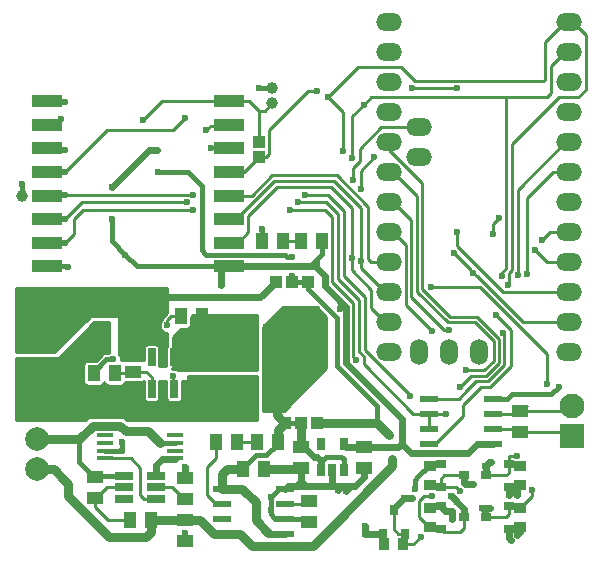
<source format=gbr>
G04 #@! TF.GenerationSoftware,KiCad,Pcbnew,(5.0.0-rc2-dev-744-gdfcdfe91f)*
G04 #@! TF.CreationDate,2018-07-03T22:34:29+02:00*
G04 #@! TF.ProjectId,SHMod24,53484D6F6432342E6B696361645F7063,rev?*
G04 #@! TF.SameCoordinates,Original*
G04 #@! TF.FileFunction,Copper,L2,Bot,Signal*
G04 #@! TF.FilePolarity,Positive*
%FSLAX46Y46*%
G04 Gerber Fmt 4.6, Leading zero omitted, Abs format (unit mm)*
G04 Created by KiCad (PCBNEW (5.0.0-rc2-dev-744-gdfcdfe91f)) date 07/03/18 22:34:29*
%MOMM*%
%LPD*%
G01*
G04 APERTURE LIST*
%ADD10C,1.000000*%
%ADD11R,1.000000X1.000000*%
%ADD12R,1.120000X1.400000*%
%ADD13R,1.400000X1.120000*%
%ADD14R,2.500000X1.100000*%
%ADD15C,1.998980*%
%ADD16R,0.650000X1.060000*%
%ADD17R,2.600000X2.600000*%
%ADD18C,2.600000*%
%ADD19R,2.350000X3.500000*%
%ADD20R,0.800000X0.900000*%
%ADD21R,0.820000X1.000000*%
%ADD22R,1.000000X0.820000*%
%ADD23R,0.900000X0.800000*%
%ADD24R,1.550000X0.600000*%
%ADD25R,2.000000X2.000000*%
%ADD26C,2.100000*%
%ADD27R,1.450000X0.450000*%
%ADD28R,1.560000X0.650000*%
%ADD29O,2.199640X1.501140*%
%ADD30O,1.501140X2.199640*%
%ADD31R,1.220000X2.700000*%
%ADD32R,1.800000X2.500000*%
%ADD33R,0.650000X1.560000*%
%ADD34C,0.600000*%
%ADD35C,0.250000*%
%ADD36C,0.400000*%
%ADD37C,0.600000*%
%ADD38C,0.800000*%
%ADD39C,0.254000*%
G04 APERTURE END LIST*
D10*
X52062809Y-80779500D03*
D11*
X74930000Y-88011000D03*
X73580000Y-88011000D03*
X76280000Y-88011000D03*
X75692000Y-99949000D03*
X77042000Y-99949000D03*
X74342000Y-99949000D03*
X72136000Y-77470000D03*
X72136000Y-76170000D03*
D12*
X72571500Y-103886000D03*
X70811500Y-103886000D03*
X65541000Y-90932000D03*
X67301000Y-90932000D03*
D13*
X58293000Y-104530000D03*
X58293000Y-106290000D03*
X81026000Y-101990000D03*
X81026000Y-103750000D03*
X75692000Y-103750000D03*
X75692000Y-101990000D03*
X65913000Y-108213000D03*
X65913000Y-109973000D03*
D12*
X77461000Y-84582000D03*
X75701000Y-84582000D03*
X61223000Y-108204000D03*
X62983000Y-108204000D03*
D13*
X76390500Y-108322000D03*
X76390500Y-106562000D03*
X94234000Y-100702000D03*
X94234000Y-98942000D03*
D12*
X71963500Y-101600000D03*
X73723500Y-101600000D03*
D13*
X61468000Y-97400000D03*
X61468000Y-95640000D03*
D12*
X58166000Y-95758000D03*
X59926000Y-95758000D03*
D13*
X65913000Y-106417000D03*
X65913000Y-104657000D03*
D14*
X69597500Y-72707500D03*
X69597500Y-74707500D03*
X69597500Y-76707500D03*
X69597500Y-78707500D03*
X69597500Y-80707500D03*
X69597500Y-82707500D03*
X69597500Y-84707500D03*
X69597500Y-86707500D03*
X54197500Y-86707500D03*
X54197500Y-84707500D03*
X54197500Y-82707500D03*
X54197500Y-80707500D03*
X54197500Y-78707500D03*
X54197500Y-76707500D03*
X54197500Y-74707500D03*
X54197500Y-72707500D03*
D15*
X53340000Y-101346000D03*
D16*
X79309000Y-103970000D03*
X78359000Y-103970000D03*
X77409000Y-103970000D03*
X77409000Y-101770000D03*
X79309000Y-101770000D03*
D12*
X72399000Y-84582000D03*
X74159000Y-84582000D03*
D17*
X53340000Y-96520000D03*
D18*
X53340000Y-91520000D03*
D19*
X76431000Y-92456000D03*
X70381000Y-92456000D03*
D20*
X84516000Y-109331000D03*
X82616000Y-109331000D03*
X83566000Y-107331000D03*
D21*
X82766000Y-110236000D03*
X84366000Y-110236000D03*
D22*
X86614000Y-105194000D03*
X86614000Y-103594000D03*
X94234000Y-105194000D03*
X94234000Y-103594000D03*
X86614000Y-108750000D03*
X86614000Y-107150000D03*
X94234000Y-108750000D03*
X94234000Y-107150000D03*
D23*
X87519000Y-108900000D03*
X87519000Y-107000000D03*
X89519000Y-107950000D03*
D24*
X86581000Y-101727000D03*
X86581000Y-100457000D03*
X86581000Y-99187000D03*
X86581000Y-97917000D03*
X91981000Y-97917000D03*
X91981000Y-99187000D03*
X91981000Y-100457000D03*
X91981000Y-101727000D03*
D23*
X91329000Y-104394000D03*
X93329000Y-105344000D03*
X93329000Y-103444000D03*
X87519000Y-105344000D03*
X87519000Y-103444000D03*
X89519000Y-104394000D03*
X91329000Y-107950000D03*
X93329000Y-108900000D03*
X93329000Y-107000000D03*
D25*
X98679000Y-101092000D03*
D26*
X98679000Y-98552000D03*
D10*
X73279000Y-72898000D03*
X73279000Y-71628000D03*
D27*
X65053000Y-101006000D03*
X65053000Y-101656000D03*
X65053000Y-102306000D03*
X65053000Y-102956000D03*
X59153000Y-102956000D03*
X59153000Y-102306000D03*
X59153000Y-101656000D03*
X59153000Y-101006000D03*
D28*
X60753000Y-105410000D03*
X60753000Y-104460000D03*
X60753000Y-106360000D03*
X63453000Y-106360000D03*
X63453000Y-105410000D03*
X63453000Y-104460000D03*
D29*
X98425000Y-66040000D03*
X98425000Y-68580000D03*
X98425000Y-71120000D03*
X98425000Y-73660000D03*
X98425000Y-76200000D03*
X98425000Y-78740000D03*
X98425000Y-81280000D03*
X98425000Y-83820000D03*
X98425000Y-86360000D03*
X98425000Y-88900000D03*
X98425000Y-91440000D03*
X98425000Y-93980000D03*
X83185000Y-93980000D03*
X83185000Y-91440000D03*
X83185000Y-88900000D03*
X83185000Y-86360000D03*
X83185000Y-83820000D03*
X83185000Y-81280000D03*
X83185000Y-78740000D03*
X83185000Y-76200000D03*
X83185000Y-73660000D03*
X83185000Y-71120000D03*
X83185000Y-68580000D03*
X83185000Y-66040000D03*
X85725000Y-77470000D03*
X85725000Y-74930000D03*
D30*
X85725000Y-93980000D03*
X88265000Y-93980000D03*
X90805000Y-93980000D03*
D31*
X61595000Y-92710000D03*
X58735000Y-92710000D03*
X73566000Y-97409000D03*
X70706000Y-97409000D03*
D32*
X67437000Y-93504000D03*
X67437000Y-97504000D03*
D24*
X74391500Y-105537000D03*
X74391500Y-106807000D03*
X74391500Y-108077000D03*
X74391500Y-109347000D03*
X68991500Y-109347000D03*
X68991500Y-108077000D03*
X68991500Y-106807000D03*
X68991500Y-105537000D03*
D33*
X64958000Y-97108000D03*
X64008000Y-97108000D03*
X63058000Y-97108000D03*
X63058000Y-94408000D03*
X64958000Y-94408000D03*
X64008000Y-94408000D03*
D15*
X53340000Y-103886000D03*
D12*
X68525500Y-101600000D03*
X70285500Y-101600000D03*
D34*
X68072000Y-76708000D03*
X68961000Y-87630000D03*
X68961000Y-88265000D03*
X60833000Y-85725000D03*
X59690000Y-82677000D03*
X78994000Y-89662000D03*
X78994000Y-90297000D03*
X55753000Y-80645000D03*
X76073000Y-80645000D03*
X66548000Y-80645000D03*
X84963000Y-97663000D03*
X94054185Y-87423304D03*
X55753000Y-82677000D03*
X75447990Y-81281474D03*
X94869000Y-87376000D03*
X85852004Y-109601004D03*
X84455000Y-106299000D03*
X85090000Y-106299000D03*
X66040000Y-81280000D03*
X88011000Y-99187000D03*
X86829987Y-92202000D03*
X56007000Y-86741000D03*
X73152000Y-107315000D03*
X73181942Y-106201942D03*
X72390000Y-83566000D03*
X65921382Y-103660003D03*
X60579000Y-102331000D03*
X60579000Y-101600000D03*
X79537058Y-105699058D03*
X78867000Y-105664000D03*
X65913000Y-109273012D03*
X88494447Y-107409776D03*
X81153002Y-109347000D03*
X81153000Y-108712000D03*
X93345000Y-106045000D03*
X93980000Y-106045000D03*
X93472000Y-109855000D03*
X93980000Y-109474000D03*
X85343968Y-105537000D03*
X59690000Y-80020000D03*
X63500000Y-76835000D03*
X72136000Y-71628000D03*
X97536000Y-96901000D03*
X88519000Y-108077000D03*
X52070000Y-79756000D03*
X81915000Y-77470000D03*
X55753000Y-78740000D03*
X80772000Y-80137000D03*
X65913000Y-74168000D03*
X55753000Y-76835000D03*
X80137000Y-79375000D03*
X74930000Y-87507500D03*
X74930000Y-85907500D03*
X63627000Y-78740000D03*
X83439000Y-103632000D03*
X83439000Y-102997000D03*
X82677000Y-100457000D03*
X83185000Y-100964992D03*
X77978000Y-72400000D03*
X55753000Y-72771000D03*
X79248000Y-76961994D03*
X93218000Y-88265000D03*
X92837000Y-92329000D03*
X81026000Y-73025000D03*
X80061003Y-77500606D03*
X55350085Y-74195016D03*
X92710000Y-87503000D03*
X92202000Y-90805000D03*
X72771000Y-91821000D03*
X73533000Y-91821000D03*
X72770986Y-92583000D03*
X73533000Y-92583000D03*
X59817000Y-94557944D03*
X64897000Y-96012000D03*
X64389000Y-91694000D03*
X95250000Y-105664000D03*
X86674942Y-88458058D03*
X91059000Y-107188000D03*
X96520000Y-96647000D03*
X91694000Y-107188000D03*
X93980011Y-102742989D03*
X91313000Y-103632000D03*
X91821000Y-103241000D03*
X88915999Y-106620457D03*
X86810510Y-106172001D03*
X96139000Y-84455000D03*
X88392004Y-106172000D03*
X90297000Y-105156000D03*
X89662000Y-105156000D03*
X95494000Y-85344000D03*
X89205003Y-105760396D03*
X88900000Y-83820000D03*
X85090000Y-71628000D03*
X88900000Y-71628000D03*
X77089000Y-71882000D03*
X80010000Y-85979000D03*
X91948000Y-83962421D03*
X92456000Y-82639000D03*
X80772000Y-86232998D03*
X67691000Y-75184000D03*
X63881000Y-89789000D03*
X63119000Y-89789000D03*
X63880996Y-89027000D03*
X63119000Y-89027000D03*
X88265000Y-92075002D03*
X89662000Y-95504000D03*
X89154002Y-96901000D03*
X55753000Y-84709000D03*
X74803000Y-81915006D03*
X66548000Y-81915000D03*
X80391000Y-94615000D03*
X90299555Y-87246453D03*
X88656760Y-85603659D03*
X62357000Y-74295000D03*
D35*
X68897500Y-76707500D02*
X68072500Y-76707500D01*
X68072500Y-76707500D02*
X68072000Y-76708000D01*
D36*
X79459000Y-101620000D02*
X79309000Y-101770000D01*
D37*
X68961000Y-87205736D02*
X68961000Y-87630000D01*
D36*
X68897500Y-86707500D02*
X68961000Y-86771000D01*
X68961000Y-86771000D02*
X68961000Y-87205736D01*
X79529000Y-101990000D02*
X79309000Y-101770000D01*
D37*
X81026000Y-101990000D02*
X79529000Y-101990000D01*
X81026000Y-101990000D02*
X81035000Y-101981000D01*
D36*
X68897500Y-86707500D02*
X61815500Y-86707500D01*
X61815500Y-86707500D02*
X60833000Y-85725000D01*
X59690000Y-84582000D02*
X59690000Y-82677000D01*
X60833000Y-85725000D02*
X59690000Y-84582000D01*
D37*
X76928500Y-86707500D02*
X77724000Y-87503000D01*
D36*
X76581000Y-86562000D02*
X76581000Y-86707500D01*
X77461000Y-84582000D02*
X77461000Y-85682000D01*
D37*
X68897500Y-86707500D02*
X76581000Y-86707500D01*
X76581000Y-86707500D02*
X76928500Y-86707500D01*
D36*
X77063600Y-86572400D02*
X76928500Y-86707500D01*
X77063600Y-86079400D02*
X77063600Y-86572400D01*
X77063600Y-86079400D02*
X76581000Y-86562000D01*
X77461000Y-85682000D02*
X77063600Y-86079400D01*
X78994000Y-90297000D02*
X78994000Y-89662000D01*
D37*
X77724000Y-88392000D02*
X78994000Y-89662000D01*
X77724000Y-87503000D02*
X77724000Y-88392000D01*
X68961000Y-87630000D02*
X68961000Y-88265000D01*
X79502000Y-94895036D02*
X79502000Y-90170000D01*
X84239002Y-99632038D02*
X79502000Y-94895036D01*
X84239002Y-101730002D02*
X84239002Y-99632038D01*
X90606000Y-101727000D02*
X91981000Y-101727000D01*
X89805999Y-102527001D02*
X90606000Y-101727000D01*
X84239002Y-101730002D02*
X85036001Y-102527001D01*
X85036001Y-102527001D02*
X89805999Y-102527001D01*
X82326000Y-101990000D02*
X82355001Y-102019001D01*
X83950003Y-102019001D02*
X84239002Y-101730002D01*
X82355001Y-102019001D02*
X83950003Y-102019001D01*
X81026000Y-101990000D02*
X82326000Y-101990000D01*
X79293999Y-89961999D02*
X78994000Y-89662000D01*
X79502000Y-90170000D02*
X79293999Y-89961999D01*
D35*
X54960000Y-80645000D02*
X54897500Y-80707500D01*
X55753000Y-80645000D02*
X54960000Y-80645000D01*
X55753000Y-80645000D02*
X66548000Y-80645000D01*
X76073000Y-80645000D02*
X77978000Y-80645000D01*
X77978000Y-80645000D02*
X79375000Y-82042000D01*
X79375000Y-82042000D02*
X79375000Y-87503000D01*
X79375000Y-87503000D02*
X81153000Y-89281000D01*
X81153000Y-89281000D02*
X81153000Y-93818349D01*
X81153000Y-93818349D02*
X84963000Y-97628349D01*
X84963000Y-97628349D02*
X84963000Y-97663000D01*
X98075750Y-76200000D02*
X94054185Y-80221565D01*
X94054185Y-86999040D02*
X94054185Y-87423304D01*
X94054185Y-80221565D02*
X94054185Y-86999040D01*
X98425000Y-76200000D02*
X98075750Y-76200000D01*
X54897500Y-82707500D02*
X54928000Y-82677000D01*
X54928000Y-82677000D02*
X55328736Y-82677000D01*
X55328736Y-82677000D02*
X55753000Y-82677000D01*
X85217008Y-110236000D02*
X85852004Y-109601004D01*
X84366000Y-110236000D02*
X85217008Y-110236000D01*
X84366000Y-109481000D02*
X84516000Y-109331000D01*
X84366000Y-110236000D02*
X84366000Y-109481000D01*
D37*
X83566000Y-107331000D02*
X83566000Y-107188000D01*
X83566000Y-107188000D02*
X84455000Y-106299000D01*
X85090000Y-106299000D02*
X84455000Y-106299000D01*
D35*
X83566000Y-108966000D02*
X83566000Y-107331000D01*
X84516000Y-109331000D02*
X83931000Y-109331000D01*
X83931000Y-109331000D02*
X83566000Y-108966000D01*
X98425000Y-78740000D02*
X97075180Y-78740000D01*
X94869000Y-80946180D02*
X94869000Y-87376000D01*
X97075180Y-78740000D02*
X94869000Y-80946180D01*
X57150000Y-81280000D02*
X55753000Y-82677000D01*
X66040000Y-81280000D02*
X57150000Y-81280000D01*
X88011000Y-99187000D02*
X86581000Y-99187000D01*
X86581000Y-99187000D02*
X86581000Y-100457000D01*
X85217000Y-99187000D02*
X86581000Y-99187000D01*
X81026000Y-94996000D02*
X85217000Y-99187000D01*
X77852474Y-81281474D02*
X78867000Y-82296000D01*
X75447990Y-81281474D02*
X77852474Y-81281474D01*
X78867000Y-82296000D02*
X78867000Y-87757000D01*
X78867000Y-87757000D02*
X80645000Y-89535000D01*
X81026000Y-94327759D02*
X81026000Y-94996000D01*
X80645000Y-89535000D02*
X80645000Y-93946759D01*
X80645000Y-93946759D02*
X81026000Y-94327759D01*
X83185000Y-83820000D02*
X83185000Y-83824231D01*
X83534250Y-83820000D02*
X84609829Y-84895579D01*
X84609829Y-89981842D02*
X86529988Y-91902001D01*
X83185000Y-83820000D02*
X83534250Y-83820000D01*
X86529988Y-91902001D02*
X86829987Y-92202000D01*
X84609829Y-84895579D02*
X84609829Y-89981842D01*
D36*
X76082000Y-108077000D02*
X76327000Y-108322000D01*
X74391500Y-108077000D02*
X76526500Y-108077000D01*
X54897500Y-86707500D02*
X55973500Y-86707500D01*
X55973500Y-86707500D02*
X56007000Y-86741000D01*
X73152000Y-106172000D02*
X73181942Y-106201942D01*
X73846884Y-105537000D02*
X74391500Y-105537000D01*
X73181942Y-106201942D02*
X73846884Y-105537000D01*
X73181942Y-107285058D02*
X73152000Y-107315000D01*
X73181942Y-106201942D02*
X73181942Y-107285058D01*
X73152000Y-107696000D02*
X73152000Y-107315000D01*
X74391500Y-108077000D02*
X73533000Y-108077000D01*
X73533000Y-108077000D02*
X73152000Y-107696000D01*
X87519000Y-103444000D02*
X87469000Y-103444000D01*
X86764000Y-103444000D02*
X86614000Y-103594000D01*
X87519000Y-103444000D02*
X86764000Y-103444000D01*
X93479000Y-108750000D02*
X93329000Y-108900000D01*
X94234000Y-108750000D02*
X93479000Y-108750000D01*
X93479000Y-105194000D02*
X93329000Y-105344000D01*
X94234000Y-105194000D02*
X93479000Y-105194000D01*
X82766000Y-109481000D02*
X82616000Y-109331000D01*
X82766000Y-110236000D02*
X82766000Y-109481000D01*
X72399000Y-83575000D02*
X72390000Y-83566000D01*
X72399000Y-84582000D02*
X72399000Y-83575000D01*
D37*
X78359000Y-105100000D02*
X78359000Y-103970000D01*
X78542000Y-105283000D02*
X78359000Y-105100000D01*
X75692000Y-104910000D02*
X75692000Y-103750000D01*
X76065000Y-105283000D02*
X75692000Y-104910000D01*
X78542000Y-105283000D02*
X76065000Y-105283000D01*
X74645500Y-105283000D02*
X74391500Y-105537000D01*
X75684000Y-104910000D02*
X75311000Y-105283000D01*
X75692000Y-104910000D02*
X75684000Y-104910000D01*
X76065000Y-105283000D02*
X75311000Y-105283000D01*
X75311000Y-105283000D02*
X74645500Y-105283000D01*
D38*
X75556000Y-103886000D02*
X75692000Y-103750000D01*
X72571500Y-103886000D02*
X75556000Y-103886000D01*
D37*
X65913000Y-104657000D02*
X65913000Y-103668385D01*
X65913000Y-103668385D02*
X65921382Y-103660003D01*
D36*
X59153000Y-102306000D02*
X60554000Y-102306000D01*
X60554000Y-102306000D02*
X60579000Y-102331000D01*
X60579000Y-102331000D02*
X60579000Y-101727000D01*
X60579000Y-101727000D02*
X60579000Y-101600000D01*
D37*
X79756000Y-105480116D02*
X79537058Y-105699058D01*
X79756000Y-105283000D02*
X79756000Y-105480116D01*
X79121000Y-105410000D02*
X78867000Y-105664000D01*
X79121000Y-105283000D02*
X79121000Y-105410000D01*
X79121000Y-105283000D02*
X78542000Y-105283000D01*
X79756000Y-105283000D02*
X79121000Y-105283000D01*
D36*
X65913000Y-109973000D02*
X65913000Y-109697276D01*
X65913000Y-109697276D02*
X65913000Y-109273012D01*
D37*
X80264000Y-105283000D02*
X79756000Y-105283000D01*
X81026000Y-103750000D02*
X81026000Y-104521000D01*
X81026000Y-104521000D02*
X80264000Y-105283000D01*
X86906000Y-107150000D02*
X86614000Y-107150000D01*
D36*
X87519000Y-107000000D02*
X87056000Y-107000000D01*
X87056000Y-107000000D02*
X86906000Y-107150000D01*
D37*
X87519000Y-107000000D02*
X87928776Y-107409776D01*
X87928776Y-107409776D02*
X88070183Y-107409776D01*
X88070183Y-107409776D02*
X88494447Y-107409776D01*
X82616000Y-109331000D02*
X81169002Y-109331000D01*
X81169002Y-109331000D02*
X81153002Y-109347000D01*
X81153002Y-109347000D02*
X81153002Y-108712002D01*
X81153002Y-108712002D02*
X81153000Y-108712000D01*
X93329000Y-105344000D02*
X93329000Y-106029000D01*
X93329000Y-106029000D02*
X93345000Y-106045000D01*
X93329000Y-105344000D02*
X93329000Y-105394000D01*
X93329000Y-105394000D02*
X93980000Y-106045000D01*
X93980000Y-105448000D02*
X94234000Y-105194000D01*
X93980000Y-106045000D02*
X93980000Y-105448000D01*
X93329000Y-108900000D02*
X93329000Y-109712000D01*
X93329000Y-109712000D02*
X93472000Y-109855000D01*
X94234000Y-108750000D02*
X94234000Y-109220000D01*
X94234000Y-109220000D02*
X93980000Y-109474000D01*
X86614000Y-103594000D02*
X86524000Y-103594000D01*
D36*
X86524000Y-103594000D02*
X85644029Y-104473971D01*
D37*
X63500000Y-76835000D02*
X62875000Y-76835000D01*
X62875000Y-76835000D02*
X59690000Y-80020000D01*
D36*
X73279000Y-71628000D02*
X72136000Y-71628000D01*
X96901000Y-97536000D02*
X97536000Y-96901000D01*
X93537000Y-97536000D02*
X96901000Y-97536000D01*
X91981000Y-97917000D02*
X93156000Y-97917000D01*
X93156000Y-97917000D02*
X93537000Y-97536000D01*
D37*
X88494447Y-108052447D02*
X88519000Y-108077000D01*
X88494447Y-107409776D02*
X88494447Y-108052447D01*
D36*
X85343968Y-105112736D02*
X85344000Y-105112704D01*
X85343968Y-105537000D02*
X85343968Y-105112736D01*
X85344000Y-104774000D02*
X85644029Y-104473971D01*
X85344000Y-105112704D02*
X85344000Y-104774000D01*
X52062809Y-80779500D02*
X52062809Y-79763191D01*
X52062809Y-79763191D02*
X52070000Y-79756000D01*
D35*
X54930000Y-78740000D02*
X54897500Y-78707500D01*
X55753000Y-78740000D02*
X54930000Y-78740000D01*
X81915000Y-77470000D02*
X80772000Y-78613000D01*
X80772000Y-78613000D02*
X80772000Y-79712736D01*
X80772000Y-79712736D02*
X80772000Y-80137000D01*
X64897000Y-75184000D02*
X65913000Y-74168000D01*
X55753000Y-78740000D02*
X59309000Y-75184000D01*
X59309000Y-75184000D02*
X64897000Y-75184000D01*
X55025000Y-76835000D02*
X54897500Y-76707500D01*
X55753000Y-76835000D02*
X55025000Y-76835000D01*
X80137000Y-78349613D02*
X80137000Y-78950736D01*
X85725000Y-74930000D02*
X82506736Y-74930000D01*
X80686005Y-76750731D02*
X80686005Y-77800608D01*
X82506736Y-74930000D02*
X80686005Y-76750731D01*
X80137000Y-78950736D02*
X80137000Y-79375000D01*
X80686005Y-77800608D02*
X80137000Y-78349613D01*
D38*
X65904000Y-108204000D02*
X65913000Y-108213000D01*
X62983000Y-108204000D02*
X65904000Y-108204000D01*
D36*
X76280000Y-88011000D02*
X74930000Y-88011000D01*
X76286542Y-88011000D02*
X76280000Y-88011000D01*
X74930000Y-88011000D02*
X74930000Y-87507500D01*
D38*
X77042000Y-99949000D02*
X82169000Y-99949000D01*
X69466500Y-109347000D02*
X68991500Y-109347000D01*
X67192000Y-108213000D02*
X65913000Y-108213000D01*
X68991500Y-109347000D02*
X68326000Y-109347000D01*
X68326000Y-109347000D02*
X67192000Y-108213000D01*
X56007000Y-105156000D02*
X55626000Y-104775000D01*
X56007000Y-106172000D02*
X56007000Y-105156000D01*
X59436000Y-109601000D02*
X56007000Y-106172000D01*
X62548996Y-109601000D02*
X59436000Y-109601000D01*
X62983000Y-108204000D02*
X62983000Y-109166996D01*
X62983000Y-109166996D02*
X62548996Y-109601000D01*
X54753492Y-103886000D02*
X53340000Y-103886000D01*
X55626000Y-104775000D02*
X55626000Y-104758508D01*
X55626000Y-104758508D02*
X54753492Y-103886000D01*
D36*
X66167000Y-78740000D02*
X63627000Y-78740000D01*
X74505736Y-85907500D02*
X74323236Y-85725000D01*
X74930000Y-85907500D02*
X74505736Y-85907500D01*
X74323236Y-85725000D02*
X67691000Y-85725000D01*
X67691000Y-85725000D02*
X67310000Y-85344000D01*
X67310000Y-85344000D02*
X67310000Y-79883000D01*
X67310000Y-79883000D02*
X66167000Y-78740000D01*
X82169000Y-98552000D02*
X82169000Y-99949000D01*
X78740000Y-95123000D02*
X82169000Y-98552000D01*
X78740000Y-91059000D02*
X78740000Y-95123000D01*
X76280000Y-88599000D02*
X78740000Y-91059000D01*
X76280000Y-88011000D02*
X76280000Y-88599000D01*
D38*
X83439000Y-103632000D02*
X83439000Y-102997000D01*
D36*
X83184992Y-100964992D02*
X83185000Y-100964992D01*
X83185000Y-100965000D02*
X83185000Y-100964992D01*
D38*
X82169000Y-99949000D02*
X82677000Y-100457000D01*
X82677008Y-100457000D02*
X83185000Y-100964992D01*
X82677000Y-100457000D02*
X82677008Y-100457000D01*
X77216000Y-109855000D02*
X83439000Y-103632000D01*
X76708000Y-110363000D02*
X77216000Y-109855000D01*
X71582500Y-110363000D02*
X76708000Y-110363000D01*
X70566500Y-109347000D02*
X71582500Y-110363000D01*
X68991500Y-109347000D02*
X70566500Y-109347000D01*
D35*
X78095000Y-72517000D02*
X77978000Y-72400000D01*
X78095000Y-72273000D02*
X78095000Y-72517000D01*
X84201000Y-69850000D02*
X80518000Y-69850000D01*
X98075750Y-66040000D02*
X96393000Y-67722750D01*
X98425000Y-66040000D02*
X98075750Y-66040000D01*
X96393000Y-67722750D02*
X96393000Y-70866000D01*
X96393000Y-70866000D02*
X96266000Y-70993000D01*
X85344000Y-70993000D02*
X84201000Y-69850000D01*
X54897500Y-72707500D02*
X55689500Y-72707500D01*
X55689500Y-72707500D02*
X55753000Y-72771000D01*
X80518000Y-69850000D02*
X78095000Y-72273000D01*
X79248000Y-76537730D02*
X79248000Y-76961994D01*
X77978000Y-72400000D02*
X79248000Y-73670000D01*
X79248000Y-73670000D02*
X79248000Y-76537730D01*
X96266000Y-70993000D02*
X85344000Y-70993000D01*
X92837000Y-92329000D02*
X92906011Y-92398012D01*
X92906011Y-92398012D02*
X92906009Y-95055401D01*
X92906009Y-95055401D02*
X91557390Y-96404020D01*
X91557390Y-96404020D02*
X90539980Y-96404020D01*
X87606000Y-97917000D02*
X86581000Y-97917000D01*
X89063004Y-97917000D02*
X87606000Y-97917000D01*
X89779003Y-97201001D02*
X89063004Y-97917000D01*
X90539980Y-96404020D02*
X89779003Y-97164997D01*
X89779003Y-97164997D02*
X89779003Y-97201001D01*
X93345000Y-88138000D02*
X93218000Y-88265000D01*
X93345000Y-87249000D02*
X93345000Y-88138000D01*
X93599000Y-76327000D02*
X93599000Y-86995000D01*
X98774250Y-66040000D02*
X99849830Y-67115580D01*
X98425000Y-66040000D02*
X98774250Y-66040000D01*
X99849830Y-67115580D02*
X99849830Y-71727170D01*
X99849830Y-71727170D02*
X99187000Y-72390000D01*
X99187000Y-72390000D02*
X97536000Y-72390000D01*
X93599000Y-86995000D02*
X93345000Y-87249000D01*
X97536000Y-72390000D02*
X93599000Y-76327000D01*
X54897500Y-74707500D02*
X55086500Y-74707500D01*
X98425000Y-69088000D02*
X98425000Y-68580000D01*
X81026000Y-73025000D02*
X80061003Y-73989997D01*
X80061003Y-73989997D02*
X80061003Y-77076342D01*
X80061003Y-77076342D02*
X80061003Y-77500606D01*
X55050086Y-74495015D02*
X55350085Y-74195016D01*
X54897500Y-74707500D02*
X54897500Y-74647601D01*
X54897500Y-74647601D02*
X55050086Y-74495015D01*
X81661000Y-72390000D02*
X81026000Y-73025000D01*
X96901000Y-72009000D02*
X96520000Y-72390000D01*
X96901000Y-69754750D02*
X96901000Y-72009000D01*
X98425000Y-68580000D02*
X98075750Y-68580000D01*
X98075750Y-68580000D02*
X96901000Y-69754750D01*
X92710000Y-87247590D02*
X92710000Y-87503000D01*
X93091000Y-86866590D02*
X92710000Y-87247590D01*
X93091000Y-72390000D02*
X93091000Y-86866590D01*
X93091000Y-72390000D02*
X81661000Y-72390000D01*
X96520000Y-72390000D02*
X93091000Y-72390000D01*
X87056000Y-101727000D02*
X86581000Y-101727000D01*
X89408000Y-99375000D02*
X87056000Y-101727000D01*
X93462001Y-92065001D02*
X93462001Y-95135819D01*
X92202000Y-90805000D02*
X93462001Y-92065001D01*
X93462001Y-95135819D02*
X91696820Y-96901000D01*
X91696820Y-96901000D02*
X90932000Y-96901000D01*
X90932000Y-96901000D02*
X89408000Y-98425000D01*
X89408000Y-98425000D02*
X89408000Y-99375000D01*
X59397000Y-108204000D02*
X58293000Y-107100000D01*
X61223000Y-108204000D02*
X59397000Y-108204000D01*
X58293000Y-107100000D02*
X58293000Y-106290000D01*
X58293000Y-106426000D02*
X58293000Y-106660000D01*
X60753000Y-105410000D02*
X59309000Y-105410000D01*
X59309000Y-105410000D02*
X58293000Y-106426000D01*
D36*
X60753000Y-104460000D02*
X58593000Y-104460000D01*
X64318000Y-101656000D02*
X63727999Y-101656000D01*
X65053000Y-101656000D02*
X64318000Y-101656000D01*
X56896000Y-103273000D02*
X56896000Y-101346000D01*
X58293000Y-104530000D02*
X58153000Y-104530000D01*
X58153000Y-104530000D02*
X56896000Y-103273000D01*
D38*
X56896000Y-101346000D02*
X53340000Y-101346000D01*
X56896000Y-101346000D02*
X58061001Y-100180999D01*
X58061001Y-100180999D02*
X60358001Y-100180999D01*
X60358001Y-100180999D02*
X60851013Y-100674011D01*
X62746010Y-100674011D02*
X63727999Y-101656000D01*
X60851013Y-100674011D02*
X62746010Y-100674011D01*
D37*
X63956999Y-103031001D02*
X65053000Y-103031001D01*
X63453000Y-103535000D02*
X63956999Y-103031001D01*
X63453000Y-104460000D02*
X63453000Y-103535000D01*
D35*
X62103000Y-103759000D02*
X62103000Y-106040000D01*
X62423000Y-106360000D02*
X63453000Y-106360000D01*
X61300000Y-102956000D02*
X62103000Y-103759000D01*
X59153000Y-102956000D02*
X61300000Y-102956000D01*
X62103000Y-106040000D02*
X62423000Y-106360000D01*
X63453000Y-106360000D02*
X63387000Y-106426000D01*
X76082000Y-106807000D02*
X76327000Y-106562000D01*
X74391500Y-106807000D02*
X76526500Y-106807000D01*
X64770000Y-105410000D02*
X63453000Y-105410000D01*
X65913000Y-106417000D02*
X65777000Y-106417000D01*
X65777000Y-106417000D02*
X64770000Y-105410000D01*
D36*
X77409000Y-103970000D02*
X77409000Y-103845000D01*
D38*
X68991500Y-105537000D02*
X68991500Y-104300000D01*
X69405500Y-103886000D02*
X70441500Y-103886000D01*
X68991500Y-104300000D02*
X69405500Y-103886000D01*
X75692000Y-99949000D02*
X75692000Y-101990000D01*
D36*
X74342000Y-99949000D02*
X75692000Y-99949000D01*
X73723500Y-101740000D02*
X73723500Y-101600000D01*
X72763500Y-102700000D02*
X73723500Y-101740000D01*
X71857499Y-102700001D02*
X72763500Y-102700000D01*
X70811500Y-103746000D02*
X71857499Y-102700001D01*
X70811500Y-103886000D02*
X70811500Y-103746000D01*
X73566000Y-96680000D02*
X73566000Y-97409000D01*
X72644000Y-95758000D02*
X73566000Y-96680000D01*
X74342000Y-99949000D02*
X74295000Y-99949000D01*
X73660000Y-99314000D02*
X73533000Y-99187000D01*
D37*
X77019001Y-102800001D02*
X76765001Y-102800001D01*
X75955000Y-101990000D02*
X75692000Y-101990000D01*
X76765001Y-102800001D02*
X75955000Y-101990000D01*
X77409000Y-103190000D02*
X77019001Y-102800001D01*
X77409000Y-103970000D02*
X77409000Y-103190000D01*
D36*
X77798999Y-102800001D02*
X77409000Y-103190000D01*
X79069001Y-102800001D02*
X77798999Y-102800001D01*
X79309000Y-103970000D02*
X79309000Y-103040000D01*
X79309000Y-103040000D02*
X79069001Y-102800001D01*
D37*
X73152000Y-109347000D02*
X73051990Y-109246990D01*
X74391500Y-109347000D02*
X73152000Y-109347000D01*
D38*
X73723500Y-101409500D02*
X73723500Y-101600000D01*
X73723500Y-100567500D02*
X73723500Y-101409500D01*
X74342000Y-99949000D02*
X73723500Y-100567500D01*
X74295000Y-99949000D02*
X73660000Y-99314000D01*
D36*
X59392736Y-94557944D02*
X59817000Y-94557944D01*
X58166000Y-95618000D02*
X59226056Y-94557944D01*
X58166000Y-95758000D02*
X58166000Y-95618000D01*
X59226056Y-94557944D02*
X59392736Y-94557944D01*
D38*
X73660000Y-97503000D02*
X73566000Y-97409000D01*
X73660000Y-99314000D02*
X73660000Y-97503000D01*
X71882000Y-108204000D02*
X72924990Y-109246990D01*
X68991500Y-105537000D02*
X70739000Y-105537000D01*
X70739000Y-105537000D02*
X71882000Y-106680000D01*
X71882000Y-106680000D02*
X71882000Y-108204000D01*
D35*
X64897000Y-97047000D02*
X64958000Y-97108000D01*
X64897000Y-96012000D02*
X64897000Y-97047000D01*
X64731000Y-90932000D02*
X64389000Y-91274000D01*
X65541000Y-90932000D02*
X64731000Y-90932000D01*
X64389000Y-91274000D02*
X64389000Y-91694000D01*
X61350000Y-95758000D02*
X61468000Y-95640000D01*
X59926000Y-95758000D02*
X61350000Y-95758000D01*
X63058000Y-96078000D02*
X63058000Y-97108000D01*
X61468000Y-95640000D02*
X62620000Y-95640000D01*
X62620000Y-95640000D02*
X63058000Y-96078000D01*
X92029000Y-107950000D02*
X91329000Y-107950000D01*
X93029000Y-107950000D02*
X92029000Y-107950000D01*
X93329000Y-107650000D02*
X93029000Y-107950000D01*
X93329000Y-107000000D02*
X93329000Y-107650000D01*
X93479000Y-107150000D02*
X93329000Y-107000000D01*
X94234000Y-107150000D02*
X93479000Y-107150000D01*
X95250000Y-106134000D02*
X94234000Y-107150000D01*
X95250000Y-105664000D02*
X95250000Y-106134000D01*
D37*
X91313000Y-107188000D02*
X91059000Y-107188000D01*
X91329000Y-107950000D02*
X91313000Y-107934000D01*
X91313000Y-107934000D02*
X91313000Y-107188000D01*
D35*
X96520000Y-96222736D02*
X96520000Y-96647000D01*
X96520000Y-94107000D02*
X96520000Y-96222736D01*
X86674942Y-88458058D02*
X90871058Y-88458058D01*
X90871058Y-88458058D02*
X96520000Y-94107000D01*
D37*
X91059000Y-107188000D02*
X91694000Y-107188000D01*
D35*
X93091000Y-104394000D02*
X91329000Y-104394000D01*
X93329000Y-103444000D02*
X93329000Y-104156000D01*
X93329000Y-104156000D02*
X93091000Y-104394000D01*
X93380011Y-102742989D02*
X93555747Y-102742989D01*
X93555747Y-102742989D02*
X93980011Y-102742989D01*
X93329000Y-103444000D02*
X93329000Y-102794000D01*
X93329000Y-102794000D02*
X93380011Y-102742989D01*
X93479000Y-103594000D02*
X93329000Y-103444000D01*
X94234000Y-103594000D02*
X93479000Y-103594000D01*
D37*
X91329000Y-104394000D02*
X91329000Y-103648000D01*
X91329000Y-103648000D02*
X91313000Y-103632000D01*
X91704000Y-103241000D02*
X91313000Y-103632000D01*
X91821000Y-103241000D02*
X91704000Y-103241000D01*
D35*
X87519000Y-108900000D02*
X87469000Y-108900000D01*
X86764000Y-108900000D02*
X86614000Y-108750000D01*
X87519000Y-108900000D02*
X86764000Y-108900000D01*
X86614000Y-108750000D02*
X86524000Y-108750000D01*
D37*
X89519000Y-107223458D02*
X88915999Y-106620457D01*
X89519000Y-107950000D02*
X89519000Y-107223458D01*
D35*
X86741000Y-106241511D02*
X86810510Y-106172001D01*
X85725000Y-106553000D02*
X86105999Y-106172001D01*
X86386246Y-106172001D02*
X86810510Y-106172001D01*
X86105999Y-106172001D02*
X86386246Y-106172001D01*
X85725000Y-107951000D02*
X85725000Y-106553000D01*
X86524000Y-108750000D02*
X85725000Y-107951000D01*
X96774000Y-83820000D02*
X98425000Y-83820000D01*
X96139000Y-84455000D02*
X96774000Y-83820000D01*
X87839000Y-109220000D02*
X87519000Y-108900000D01*
X89154000Y-109220000D02*
X87839000Y-109220000D01*
X89519000Y-107950000D02*
X89519000Y-108855000D01*
X89519000Y-108855000D02*
X89154000Y-109220000D01*
D37*
X88915999Y-106620457D02*
X88467542Y-106172000D01*
X88467542Y-106172000D02*
X88392004Y-106172000D01*
D35*
X87519000Y-105344000D02*
X87569000Y-105344000D01*
X88819000Y-104394000D02*
X89519000Y-104394000D01*
X87819000Y-104394000D02*
X88819000Y-104394000D01*
X87519000Y-104694000D02*
X87819000Y-104394000D01*
X87519000Y-105344000D02*
X87519000Y-104694000D01*
X86764000Y-105344000D02*
X86614000Y-105194000D01*
X87519000Y-105344000D02*
X86764000Y-105344000D01*
D37*
X89519000Y-105044000D02*
X89631000Y-105156000D01*
X89631000Y-105156000D02*
X89662000Y-105156000D01*
X89519000Y-104394000D02*
X89519000Y-105044000D01*
X89662000Y-105156000D02*
X90297000Y-105156000D01*
D35*
X96510000Y-86360000D02*
X98425000Y-86360000D01*
X95494000Y-85344000D02*
X96510000Y-86360000D01*
X88905004Y-105460397D02*
X89205003Y-105760396D01*
X87519000Y-105344000D02*
X88788607Y-105344000D01*
X88788607Y-105344000D02*
X88905004Y-105460397D01*
X85090000Y-71628000D02*
X88900000Y-71628000D01*
X68897500Y-78707500D02*
X70898500Y-78707500D01*
X70898500Y-78707500D02*
X72136000Y-77470000D01*
X73025000Y-75184000D02*
X76327000Y-71882000D01*
X72771000Y-77470000D02*
X73025000Y-77216000D01*
X72136000Y-77470000D02*
X72771000Y-77470000D01*
X73025000Y-77216000D02*
X73025000Y-75184000D01*
X76327000Y-71882000D02*
X77089000Y-71882000D01*
X88900000Y-84963000D02*
X92837000Y-88900000D01*
X88900000Y-83820000D02*
X88900000Y-84963000D01*
X92837000Y-88900000D02*
X98425000Y-88900000D01*
X81661000Y-88689264D02*
X80010000Y-87038264D01*
X80010000Y-86403264D02*
X80010000Y-85979000D01*
X81661000Y-90265250D02*
X81661000Y-88689264D01*
X82835750Y-91440000D02*
X81661000Y-90265250D01*
X80010000Y-87038264D02*
X80010000Y-86403264D01*
X83185000Y-91440000D02*
X82835750Y-91440000D01*
X80010000Y-85554736D02*
X80010000Y-85979000D01*
X80010000Y-81788000D02*
X80010000Y-85554736D01*
X70359500Y-84707500D02*
X71247000Y-83820000D01*
X71247000Y-83820000D02*
X71247000Y-82423000D01*
X68897500Y-84707500D02*
X70359500Y-84707500D01*
X71247000Y-82423000D02*
X73660000Y-80010000D01*
X73660000Y-80010000D02*
X78232000Y-80010000D01*
X78232000Y-80010000D02*
X80010000Y-81788000D01*
X91948000Y-83147000D02*
X92456000Y-82639000D01*
X91948000Y-83962421D02*
X91948000Y-83147000D01*
X80772000Y-86657262D02*
X80772000Y-86232998D01*
X80772000Y-86836250D02*
X80772000Y-86657262D01*
X82835750Y-88900000D02*
X80772000Y-86836250D01*
X83185000Y-88900000D02*
X82835750Y-88900000D01*
X73407410Y-79502000D02*
X78486000Y-79502000D01*
X80772000Y-81788000D02*
X80772000Y-85808734D01*
X68897500Y-82707500D02*
X70201910Y-82707500D01*
X78486000Y-79502000D02*
X80772000Y-81788000D01*
X80772000Y-85808734D02*
X80772000Y-86232998D01*
X70201910Y-82707500D02*
X73407410Y-79502000D01*
X81661000Y-86360000D02*
X83185000Y-86360000D01*
X81407000Y-86106000D02*
X81661000Y-86360000D01*
X81407000Y-81661000D02*
X81407000Y-86106000D01*
X78740000Y-78994000D02*
X81407000Y-81661000D01*
X73279000Y-78994000D02*
X78740000Y-78994000D01*
X71565500Y-80707500D02*
X73279000Y-78994000D01*
X68897500Y-80707500D02*
X71565500Y-80707500D01*
X68897500Y-74612500D02*
X68897500Y-74707500D01*
X67691000Y-75184000D02*
X68072000Y-74803000D01*
X68802000Y-74803000D02*
X68897500Y-74707500D01*
X68072000Y-74803000D02*
X68802000Y-74803000D01*
D37*
X64180999Y-89326999D02*
X63881000Y-89027000D01*
X73580000Y-88011000D02*
X73580000Y-88014800D01*
X73580000Y-88014800D02*
X72267801Y-89326999D01*
X72267801Y-89326999D02*
X64180999Y-89326999D01*
D35*
X68516500Y-106807000D02*
X67754500Y-106045000D01*
X68991500Y-106807000D02*
X68516500Y-106807000D01*
X68525500Y-102931000D02*
X68525500Y-101981000D01*
X67754500Y-103702000D02*
X68525500Y-102931000D01*
X67754500Y-106045000D02*
X67754500Y-103702000D01*
X70285500Y-101600000D02*
X71963500Y-101600000D01*
X85059840Y-89294106D02*
X87840736Y-92075002D01*
X85059840Y-82805590D02*
X85059840Y-89294106D01*
X83534250Y-81280000D02*
X85059840Y-82805590D01*
X83185000Y-81280000D02*
X83534250Y-81280000D01*
X87840736Y-92075002D02*
X88265000Y-92075002D01*
X85528990Y-80734740D02*
X85528990Y-88832401D01*
X88146588Y-91449999D02*
X90432589Y-91449999D01*
X90432589Y-91449999D02*
X92005989Y-93023399D01*
X92005989Y-94682601D02*
X91184590Y-95504000D01*
X92005989Y-93023399D02*
X92005989Y-94682601D01*
X91184590Y-95504000D02*
X90086264Y-95504000D01*
X83534250Y-78740000D02*
X85528990Y-80734740D01*
X83185000Y-78740000D02*
X83534250Y-78740000D01*
X85528990Y-88832401D02*
X88146588Y-91449999D01*
X90086264Y-95504000D02*
X89662000Y-95504000D01*
X90100992Y-95954010D02*
X89154002Y-96901000D01*
X91370990Y-95954010D02*
X90100992Y-95954010D01*
X92456000Y-94869000D02*
X91370990Y-95954010D01*
X92456000Y-92837000D02*
X92456000Y-94869000D01*
X83185000Y-76835000D02*
X85979001Y-79629001D01*
X83185000Y-76200000D02*
X83185000Y-76835000D01*
X85979001Y-79629001D02*
X85979001Y-88646001D01*
X85979001Y-88646001D02*
X88332988Y-90999988D01*
X88332988Y-90999988D02*
X90618988Y-90999988D01*
X90618988Y-90999988D02*
X92456000Y-92837000D01*
X54899000Y-84709000D02*
X54897500Y-84707500D01*
X55753000Y-84709000D02*
X54899000Y-84709000D01*
X56515000Y-83947000D02*
X55753000Y-84709000D01*
X66548000Y-81915000D02*
X65024000Y-81915000D01*
X65024000Y-81915000D02*
X64983522Y-81955478D01*
X66548000Y-81915000D02*
X57277000Y-81915000D01*
X57277000Y-81915000D02*
X56515000Y-82677000D01*
X56515000Y-82677000D02*
X56515000Y-83947000D01*
X80391000Y-94615000D02*
X80137000Y-94361000D01*
X80137000Y-94361000D02*
X80137000Y-89789000D01*
X77724006Y-81915006D02*
X74803000Y-81915006D01*
X80137000Y-89789000D02*
X78359000Y-88011000D01*
X78359000Y-88011000D02*
X78359000Y-82550000D01*
X78359000Y-82550000D02*
X77724006Y-81915006D01*
X89999556Y-86946454D02*
X90299555Y-87246453D01*
X94493102Y-91440000D02*
X90599554Y-87546452D01*
X98425000Y-91440000D02*
X94493102Y-91440000D01*
X88656760Y-85603659D02*
X88956760Y-85903658D01*
X90599554Y-87546452D02*
X90299555Y-87246453D01*
X88956760Y-85903658D02*
X89999556Y-86946454D01*
X72136000Y-73533000D02*
X72136000Y-75311000D01*
X68897500Y-72707500D02*
X71310500Y-72707500D01*
X71310500Y-72707500D02*
X72136000Y-73533000D01*
X72644000Y-73533000D02*
X72136000Y-73533000D01*
X73279000Y-72898000D02*
X72644000Y-73533000D01*
X72136000Y-75311000D02*
X72136000Y-76170000D01*
X62656999Y-73995001D02*
X62357000Y-74295000D01*
X63944500Y-72707500D02*
X62656999Y-73995001D01*
X68897500Y-72707500D02*
X63944500Y-72707500D01*
X97908000Y-100321000D02*
X98679000Y-101092000D01*
X93989000Y-100457000D02*
X94234000Y-100702000D01*
X91981000Y-100457000D02*
X93989000Y-100457000D01*
X98289000Y-100702000D02*
X98679000Y-101092000D01*
X94234000Y-100702000D02*
X98289000Y-100702000D01*
X94624000Y-98806000D02*
X94869000Y-98561000D01*
X98670000Y-98561000D02*
X98679000Y-98552000D01*
X93989000Y-99187000D02*
X94234000Y-98942000D01*
X91981000Y-99187000D02*
X93989000Y-99187000D01*
X98289000Y-98942000D02*
X98679000Y-98552000D01*
X94234000Y-98942000D02*
X98289000Y-98942000D01*
X75701000Y-84582000D02*
X74159000Y-84582000D01*
D39*
G36*
X72009000Y-95504000D02*
X65275712Y-95504000D01*
X65252167Y-95480455D01*
X65021718Y-95385000D01*
X64811519Y-95385000D01*
X64818109Y-95375137D01*
X64843000Y-95250000D01*
X64843000Y-92682355D01*
X65515140Y-91965406D01*
X66101000Y-91965406D01*
X66228589Y-91940027D01*
X66336754Y-91867754D01*
X66409027Y-91759589D01*
X66434406Y-91632000D01*
X66434406Y-90984856D01*
X66603021Y-90805000D01*
X72009000Y-90805000D01*
X72009000Y-95504000D01*
X72009000Y-95504000D01*
G37*
X72009000Y-95504000D02*
X65275712Y-95504000D01*
X65252167Y-95480455D01*
X65021718Y-95385000D01*
X64811519Y-95385000D01*
X64818109Y-95375137D01*
X64843000Y-95250000D01*
X64843000Y-92682355D01*
X65515140Y-91965406D01*
X66101000Y-91965406D01*
X66228589Y-91940027D01*
X66336754Y-91867754D01*
X66409027Y-91759589D01*
X66434406Y-91632000D01*
X66434406Y-90984856D01*
X66603021Y-90805000D01*
X72009000Y-90805000D01*
X72009000Y-95504000D01*
G36*
X59436000Y-94030944D02*
X59277955Y-94030944D01*
X59226056Y-94020621D01*
X59174157Y-94030944D01*
X59174153Y-94030944D01*
X59028078Y-94060000D01*
X59020431Y-94061521D01*
X58890111Y-94148598D01*
X58890108Y-94148601D01*
X58846111Y-94177999D01*
X58816712Y-94221997D01*
X58314116Y-94724594D01*
X57606000Y-94724594D01*
X57478411Y-94749973D01*
X57370246Y-94822246D01*
X57297973Y-94930411D01*
X57272594Y-95058000D01*
X57272594Y-96458000D01*
X57297973Y-96585589D01*
X57370246Y-96693754D01*
X57478411Y-96766027D01*
X57606000Y-96791406D01*
X58726000Y-96791406D01*
X58853589Y-96766027D01*
X58961754Y-96693754D01*
X59034027Y-96585589D01*
X59046000Y-96525397D01*
X59057973Y-96585589D01*
X59130246Y-96693754D01*
X59238411Y-96766027D01*
X59366000Y-96791406D01*
X60486000Y-96791406D01*
X60613589Y-96766027D01*
X60721754Y-96693754D01*
X60794027Y-96585589D01*
X60804407Y-96533406D01*
X62168000Y-96533406D01*
X62295589Y-96508027D01*
X62399594Y-96438534D01*
X62399594Y-97888000D01*
X62424973Y-98015589D01*
X62497246Y-98123754D01*
X62605411Y-98196027D01*
X62733000Y-98221406D01*
X63383000Y-98221406D01*
X63510589Y-98196027D01*
X63618754Y-98123754D01*
X63691027Y-98015589D01*
X63716406Y-97888000D01*
X63716406Y-96393000D01*
X64299594Y-96393000D01*
X64299594Y-97888000D01*
X64324973Y-98015589D01*
X64397246Y-98123754D01*
X64505411Y-98196027D01*
X64633000Y-98221406D01*
X65283000Y-98221406D01*
X65410589Y-98196027D01*
X65518754Y-98123754D01*
X65591027Y-98015589D01*
X65616406Y-97888000D01*
X65616406Y-96393000D01*
X66040000Y-96393000D01*
X66088601Y-96383333D01*
X66129803Y-96355803D01*
X66157333Y-96314601D01*
X66167000Y-96266000D01*
X66167000Y-96012000D01*
X72009000Y-96012000D01*
X72009000Y-99695000D01*
X60907621Y-99695000D01*
X60882138Y-99656862D01*
X60641662Y-99496181D01*
X60429600Y-99453999D01*
X60429596Y-99453999D01*
X60358001Y-99439758D01*
X60286406Y-99453999D01*
X58132594Y-99453999D01*
X58061000Y-99439758D01*
X57989406Y-99453999D01*
X57989402Y-99453999D01*
X57777340Y-99496181D01*
X57536864Y-99656862D01*
X57511381Y-99695000D01*
X51562000Y-99695000D01*
X51562000Y-94488000D01*
X55118000Y-94488000D01*
X55166601Y-94478333D01*
X55207803Y-94450803D01*
X58218606Y-91440000D01*
X59436000Y-91440000D01*
X59436000Y-94030944D01*
X59436000Y-94030944D01*
G37*
X59436000Y-94030944D02*
X59277955Y-94030944D01*
X59226056Y-94020621D01*
X59174157Y-94030944D01*
X59174153Y-94030944D01*
X59028078Y-94060000D01*
X59020431Y-94061521D01*
X58890111Y-94148598D01*
X58890108Y-94148601D01*
X58846111Y-94177999D01*
X58816712Y-94221997D01*
X58314116Y-94724594D01*
X57606000Y-94724594D01*
X57478411Y-94749973D01*
X57370246Y-94822246D01*
X57297973Y-94930411D01*
X57272594Y-95058000D01*
X57272594Y-96458000D01*
X57297973Y-96585589D01*
X57370246Y-96693754D01*
X57478411Y-96766027D01*
X57606000Y-96791406D01*
X58726000Y-96791406D01*
X58853589Y-96766027D01*
X58961754Y-96693754D01*
X59034027Y-96585589D01*
X59046000Y-96525397D01*
X59057973Y-96585589D01*
X59130246Y-96693754D01*
X59238411Y-96766027D01*
X59366000Y-96791406D01*
X60486000Y-96791406D01*
X60613589Y-96766027D01*
X60721754Y-96693754D01*
X60794027Y-96585589D01*
X60804407Y-96533406D01*
X62168000Y-96533406D01*
X62295589Y-96508027D01*
X62399594Y-96438534D01*
X62399594Y-97888000D01*
X62424973Y-98015589D01*
X62497246Y-98123754D01*
X62605411Y-98196027D01*
X62733000Y-98221406D01*
X63383000Y-98221406D01*
X63510589Y-98196027D01*
X63618754Y-98123754D01*
X63691027Y-98015589D01*
X63716406Y-97888000D01*
X63716406Y-96393000D01*
X64299594Y-96393000D01*
X64299594Y-97888000D01*
X64324973Y-98015589D01*
X64397246Y-98123754D01*
X64505411Y-98196027D01*
X64633000Y-98221406D01*
X65283000Y-98221406D01*
X65410589Y-98196027D01*
X65518754Y-98123754D01*
X65591027Y-98015589D01*
X65616406Y-97888000D01*
X65616406Y-96393000D01*
X66040000Y-96393000D01*
X66088601Y-96383333D01*
X66129803Y-96355803D01*
X66157333Y-96314601D01*
X66167000Y-96266000D01*
X66167000Y-96012000D01*
X72009000Y-96012000D01*
X72009000Y-99695000D01*
X60907621Y-99695000D01*
X60882138Y-99656862D01*
X60641662Y-99496181D01*
X60429600Y-99453999D01*
X60429596Y-99453999D01*
X60358001Y-99439758D01*
X60286406Y-99453999D01*
X58132594Y-99453999D01*
X58061000Y-99439758D01*
X57989406Y-99453999D01*
X57989402Y-99453999D01*
X57777340Y-99496181D01*
X57536864Y-99656862D01*
X57511381Y-99695000D01*
X51562000Y-99695000D01*
X51562000Y-94488000D01*
X55118000Y-94488000D01*
X55166601Y-94478333D01*
X55207803Y-94450803D01*
X58218606Y-91440000D01*
X59436000Y-91440000D01*
X59436000Y-94030944D01*
G36*
X77851000Y-90984606D02*
X77851000Y-95324394D01*
X74242394Y-98933000D01*
X72517000Y-98933000D01*
X72517000Y-91873606D01*
X74220606Y-90170000D01*
X77036394Y-90170000D01*
X77851000Y-90984606D01*
X77851000Y-90984606D01*
G37*
X77851000Y-90984606D02*
X77851000Y-95324394D01*
X74242394Y-98933000D01*
X72517000Y-98933000D01*
X72517000Y-91873606D01*
X74220606Y-90170000D01*
X77036394Y-90170000D01*
X77851000Y-90984606D01*
G36*
X64389000Y-90630260D02*
X64379908Y-90643867D01*
X64100869Y-90922907D01*
X64063126Y-90948126D01*
X64010696Y-91026594D01*
X63963225Y-91097639D01*
X63929599Y-91266689D01*
X63857455Y-91338833D01*
X63762000Y-91569282D01*
X63762000Y-91818718D01*
X63857455Y-92049167D01*
X64033833Y-92225545D01*
X64264282Y-92321000D01*
X64389000Y-92321000D01*
X64389000Y-93404587D01*
X64324973Y-93500411D01*
X64299594Y-93628000D01*
X64299594Y-95123000D01*
X63716406Y-95123000D01*
X63716406Y-93628000D01*
X63691027Y-93500411D01*
X63618754Y-93392246D01*
X63510589Y-93319973D01*
X63383000Y-93294594D01*
X62733000Y-93294594D01*
X62605411Y-93319973D01*
X62497246Y-93392246D01*
X62424973Y-93500411D01*
X62399594Y-93628000D01*
X62399594Y-94615000D01*
X60444000Y-94615000D01*
X60444000Y-94433226D01*
X60348545Y-94202777D01*
X60325000Y-94179232D01*
X60325000Y-91059000D01*
X60315333Y-91010399D01*
X60287803Y-90969197D01*
X60246601Y-90941667D01*
X60198000Y-90932000D01*
X57912000Y-90932000D01*
X57863399Y-90941667D01*
X57822197Y-90969197D01*
X54811394Y-93980000D01*
X51562000Y-93980000D01*
X51562000Y-88519000D01*
X64389000Y-88519000D01*
X64389000Y-90630260D01*
X64389000Y-90630260D01*
G37*
X64389000Y-90630260D02*
X64379908Y-90643867D01*
X64100869Y-90922907D01*
X64063126Y-90948126D01*
X64010696Y-91026594D01*
X63963225Y-91097639D01*
X63929599Y-91266689D01*
X63857455Y-91338833D01*
X63762000Y-91569282D01*
X63762000Y-91818718D01*
X63857455Y-92049167D01*
X64033833Y-92225545D01*
X64264282Y-92321000D01*
X64389000Y-92321000D01*
X64389000Y-93404587D01*
X64324973Y-93500411D01*
X64299594Y-93628000D01*
X64299594Y-95123000D01*
X63716406Y-95123000D01*
X63716406Y-93628000D01*
X63691027Y-93500411D01*
X63618754Y-93392246D01*
X63510589Y-93319973D01*
X63383000Y-93294594D01*
X62733000Y-93294594D01*
X62605411Y-93319973D01*
X62497246Y-93392246D01*
X62424973Y-93500411D01*
X62399594Y-93628000D01*
X62399594Y-94615000D01*
X60444000Y-94615000D01*
X60444000Y-94433226D01*
X60348545Y-94202777D01*
X60325000Y-94179232D01*
X60325000Y-91059000D01*
X60315333Y-91010399D01*
X60287803Y-90969197D01*
X60246601Y-90941667D01*
X60198000Y-90932000D01*
X57912000Y-90932000D01*
X57863399Y-90941667D01*
X57822197Y-90969197D01*
X54811394Y-93980000D01*
X51562000Y-93980000D01*
X51562000Y-88519000D01*
X64389000Y-88519000D01*
X64389000Y-90630260D01*
M02*

</source>
